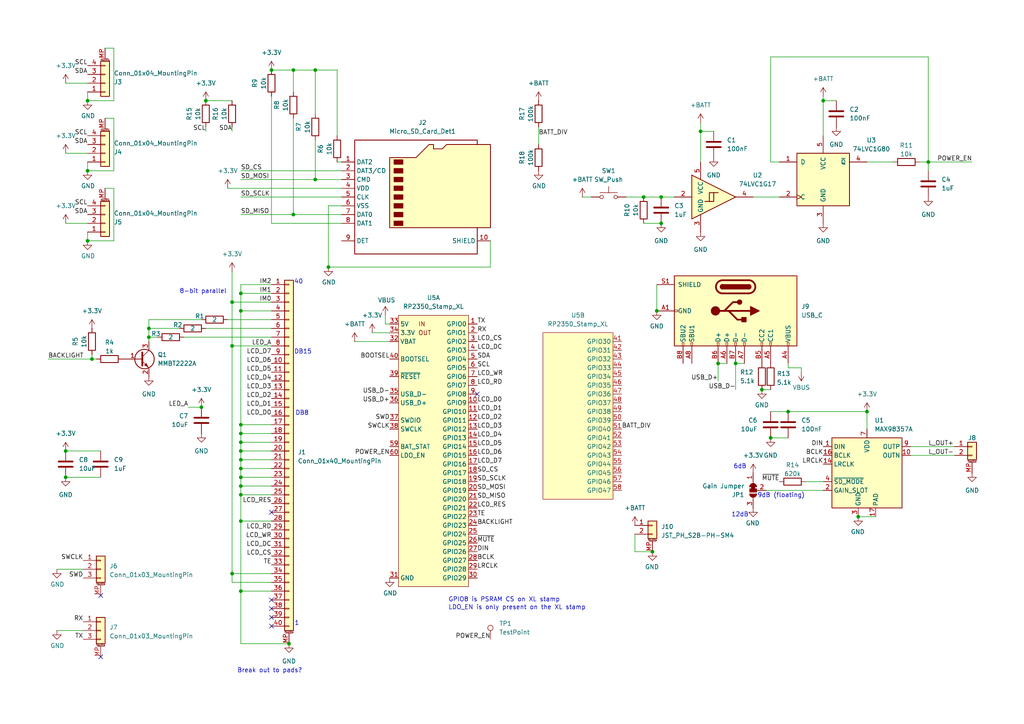
<source format=kicad_sch>
(kicad_sch (version 20250114) (generator "eeschema") (generator_version "9.0")
  (paper "A4")
  (text "1" (at 86.106 180.848 0) (effects (font (size 1.27 1.27))))
  (text "40" (at 86.614 81.788 0) (effects (font (size 1.27 1.27))))
  (text "LDO_EN is only present on the XL stamp" (at 130.048 176.276 0) (effects (font (size 1.27 1.27)) (justify left)))
  (text "6dB\n" (at 214.63 135.382 0) (effects (font (size 1.27 1.27))))
  (text "GPIO8 is PSRAM CS on XL stamp" (at 130.048 173.99 0) (effects (font (size 1.27 1.27)) (justify left)))
  (text "8-bit parallel" (at 58.928 84.582 0) (effects (font (size 1.27 1.27))))
  (text "Break out to pads?" (at 78.232 194.564 0) (effects (font (size 1.27 1.27))))
  (text "12dB\n" (at 214.63 149.352 0) (effects (font (size 1.27 1.27))))
  (text "9dB (floating)\n" (at 226.568 143.764 0) (effects (font (size 1.27 1.27))))
  (text "DB15" (at 87.884 102.108 0) (effects (font (size 1.27 1.27))))
  (text "DB8" (at 87.63 119.888 0) (effects (font (size 1.27 1.27))))
  (junction (at 213.36 105.41))
  (junction (at 69.85 85.09))
  (junction (at 43.18 95.25))
  (junction (at 228.6 119.38))
  (junction (at 78.74 20.32))
  (junction (at 220.98 113.03))
  (junction (at 203.2 38.1))
  (junction (at 69.85 140.97))
  (junction (at 67.31 100.33))
  (junction (at 25.4 29.21))
  (junction (at 190.5 90.17))
  (junction (at 208.28 105.41))
  (junction (at 85.09 20.32))
  (junction (at 85.09 62.23))
  (junction (at 25.4 49.53))
  (junction (at 69.85 130.81))
  (junction (at 69.85 128.27))
  (junction (at 25.4 69.85))
  (junction (at 69.85 135.89))
  (junction (at 69.85 133.35))
  (junction (at 43.18 97.79))
  (junction (at 69.85 125.73))
  (junction (at 269.24 46.99))
  (junction (at 67.31 87.63))
  (junction (at 69.85 123.19))
  (junction (at 67.31 166.37))
  (junction (at 248.92 149.86))
  (junction (at 58.42 118.11))
  (junction (at 69.85 151.13))
  (junction (at 91.44 20.32))
  (junction (at 238.76 29.21))
  (junction (at 69.85 171.45))
  (junction (at 19.05 130.81))
  (junction (at 191.77 64.77))
  (junction (at 251.46 119.38))
  (junction (at 59.69 29.21))
  (junction (at 83.82 186.69))
  (junction (at 189.23 160.02))
  (junction (at 19.05 138.43))
  (junction (at 69.85 90.17))
  (junction (at 95.25 77.47))
  (junction (at 191.77 57.15))
  (junction (at 223.52 127))
  (junction (at 91.44 52.07))
  (junction (at 186.69 57.15))
  (junction (at 26.67 104.14))
  (junction (at 69.85 138.43))
  (junction (at 69.85 143.51))
  (no_connect (at 78.74 181.61))
  (no_connect (at 78.74 148.59))
  (no_connect (at 78.74 179.07))
  (no_connect (at 78.74 176.53))
  (no_connect (at 78.74 173.99))
  (no_connect (at 29.21 190.5))
  (no_connect (at 29.21 172.72))
  (no_connect (at 138.43 114.3))
  (wire (pts (xy 69.85 52.07) (xy 91.44 52.07)))
  (wire (pts (xy 91.44 40.64) (xy 91.44 52.07)))
  (wire (pts (xy 264.16 129.54) (xy 276.86 129.54)))
  (wire (pts (xy 69.85 85.09) (xy 78.74 85.09)))
  (wire (pts (xy 19.05 64.77) (xy 25.4 64.77)))
  (wire (pts (xy 43.18 92.71) (xy 43.18 95.25)))
  (wire (pts (xy 186.69 57.15) (xy 191.77 57.15)))
  (wire (pts (xy 228.6 106.68) (xy 228.6 105.41)))
  (wire (pts (xy 203.2 35.56) (xy 203.2 38.1)))
  (wire (pts (xy 16.51 165.1) (xy 24.13 165.1)))
  (wire (pts (xy 85.09 20.32) (xy 85.09 26.67)))
  (wire (pts (xy 269.24 46.99) (xy 269.24 16.51)))
  (wire (pts (xy 186.69 64.77) (xy 191.77 64.77)))
  (wire (pts (xy 25.4 29.21) (xy 33.02 29.21)))
  (wire (pts (xy 67.31 100.33) (xy 67.31 166.37)))
  (wire (pts (xy 67.31 168.91) (xy 78.74 168.91)))
  (wire (pts (xy 33.02 13.97) (xy 33.02 29.21)))
  (wire (pts (xy 25.4 69.85) (xy 33.02 69.85)))
  (wire (pts (xy 67.31 78.74) (xy 67.31 87.63)))
  (wire (pts (xy 111.76 91.44) (xy 111.76 93.98)))
  (wire (pts (xy 85.09 34.29) (xy 85.09 62.23)))
  (wire (pts (xy 67.31 168.91) (xy 67.31 166.37)))
  (wire (pts (xy 208.28 110.49) (xy 208.28 105.41)))
  (wire (pts (xy 69.85 57.15) (xy 99.06 57.15)))
  (wire (pts (xy 69.85 123.19) (xy 78.74 123.19)))
  (wire (pts (xy 190.5 82.55) (xy 190.5 90.17)))
  (wire (pts (xy 99.06 59.69) (xy 95.25 59.69)))
  (wire (pts (xy 67.31 38.1) (xy 67.31 36.83)))
  (wire (pts (xy 107.95 96.52) (xy 113.03 96.52)))
  (wire (pts (xy 19.05 44.45) (xy 25.4 44.45)))
  (wire (pts (xy 111.76 93.98) (xy 113.03 93.98)))
  (wire (pts (xy 52.07 95.25) (xy 43.18 95.25)))
  (wire (pts (xy 43.18 97.79) (xy 45.72 97.79)))
  (wire (pts (xy 213.36 105.41) (xy 215.9 105.41)))
  (wire (pts (xy 26.67 104.14) (xy 26.67 102.87)))
  (wire (pts (xy 59.69 95.25) (xy 78.74 95.25)))
  (wire (pts (xy 43.18 99.06) (xy 43.18 97.79)))
  (wire (pts (xy 19.05 138.43) (xy 29.21 138.43)))
  (wire (pts (xy 251.46 119.38) (xy 251.46 124.46)))
  (wire (pts (xy 218.44 57.15) (xy 226.06 57.15)))
  (wire (pts (xy 208.28 105.41) (xy 210.82 105.41)))
  (wire (pts (xy 269.24 46.99) (xy 281.94 46.99)))
  (wire (pts (xy 99.06 64.77) (xy 78.74 64.77)))
  (wire (pts (xy 232.41 106.68) (xy 228.6 106.68)))
  (wire (pts (xy 269.24 16.51) (xy 223.52 16.51)))
  (wire (pts (xy 91.44 20.32) (xy 97.79 20.32)))
  (wire (pts (xy 248.92 149.86) (xy 254 149.86)))
  (wire (pts (xy 191.77 57.15) (xy 195.58 57.15)))
  (wire (pts (xy 67.31 166.37) (xy 78.74 166.37)))
  (wire (pts (xy 69.85 186.69) (xy 83.82 186.69)))
  (wire (pts (xy 142.24 77.47) (xy 95.25 77.47)))
  (wire (pts (xy 85.09 20.32) (xy 91.44 20.32)))
  (wire (pts (xy 69.85 85.09) (xy 69.85 90.17)))
  (wire (pts (xy 222.25 142.24) (xy 238.76 142.24)))
  (wire (pts (xy 13.97 104.14) (xy 26.67 104.14)))
  (wire (pts (xy 233.68 139.7) (xy 238.76 139.7)))
  (wire (pts (xy 69.85 151.13) (xy 69.85 171.45)))
  (wire (pts (xy 238.76 29.21) (xy 238.76 39.37)))
  (wire (pts (xy 97.79 46.99) (xy 99.06 46.99)))
  (wire (pts (xy 66.04 54.61) (xy 99.06 54.61)))
  (wire (pts (xy 213.36 113.03) (xy 213.36 105.41)))
  (wire (pts (xy 30.48 54.61) (xy 33.02 54.61)))
  (wire (pts (xy 25.4 29.21) (xy 25.4 26.67)))
  (wire (pts (xy 189.23 160.02) (xy 184.15 160.02)))
  (wire (pts (xy 269.24 46.99) (xy 269.24 49.53)))
  (wire (pts (xy 30.48 13.97) (xy 33.02 13.97)))
  (wire (pts (xy 53.34 97.79) (xy 78.74 97.79)))
  (wire (pts (xy 69.85 82.55) (xy 78.74 82.55)))
  (wire (pts (xy 66.04 92.71) (xy 78.74 92.71)))
  (wire (pts (xy 69.85 123.19) (xy 69.85 125.73)))
  (wire (pts (xy 25.4 69.85) (xy 25.4 67.31)))
  (wire (pts (xy 69.85 130.81) (xy 78.74 130.81)))
  (wire (pts (xy 266.7 46.99) (xy 269.24 46.99)))
  (wire (pts (xy 223.52 119.38) (xy 228.6 119.38)))
  (wire (pts (xy 19.05 130.81) (xy 29.21 130.81)))
  (wire (pts (xy 43.18 95.25) (xy 43.18 97.79)))
  (wire (pts (xy 69.85 130.81) (xy 69.85 133.35)))
  (wire (pts (xy 25.4 49.53) (xy 33.02 49.53)))
  (wire (pts (xy 95.25 59.69) (xy 95.25 77.47)))
  (wire (pts (xy 69.85 140.97) (xy 78.74 140.97)))
  (wire (pts (xy 59.69 38.1) (xy 59.69 36.83)))
  (wire (pts (xy 69.85 135.89) (xy 69.85 138.43)))
  (wire (pts (xy 78.74 64.77) (xy 78.74 27.94)))
  (wire (pts (xy 238.76 29.21) (xy 242.57 29.21)))
  (wire (pts (xy 69.85 140.97) (xy 69.85 143.51)))
  (wire (pts (xy 69.85 128.27) (xy 78.74 128.27)))
  (wire (pts (xy 78.74 20.32) (xy 85.09 20.32)))
  (wire (pts (xy 69.85 62.23) (xy 85.09 62.23)))
  (wire (pts (xy 26.67 104.14) (xy 27.94 104.14)))
  (wire (pts (xy 69.85 125.73) (xy 69.85 128.27)))
  (wire (pts (xy 69.85 49.53) (xy 99.06 49.53)))
  (wire (pts (xy 69.85 90.17) (xy 69.85 123.19)))
  (wire (pts (xy 203.2 38.1) (xy 207.01 38.1)))
  (wire (pts (xy 232.41 107.95) (xy 232.41 106.68)))
  (wire (pts (xy 16.51 182.88) (xy 24.13 182.88)))
  (wire (pts (xy 69.85 171.45) (xy 69.85 186.69)))
  (wire (pts (xy 223.52 46.99) (xy 226.06 46.99)))
  (wire (pts (xy 69.85 128.27) (xy 69.85 130.81)))
  (wire (pts (xy 69.85 135.89) (xy 78.74 135.89)))
  (wire (pts (xy 184.15 160.02) (xy 184.15 154.94)))
  (wire (pts (xy 69.85 133.35) (xy 69.85 135.89)))
  (wire (pts (xy 25.4 49.53) (xy 25.4 46.99)))
  (wire (pts (xy 181.61 57.15) (xy 186.69 57.15)))
  (wire (pts (xy 19.05 24.13) (xy 25.4 24.13)))
  (wire (pts (xy 156.21 36.83) (xy 156.21 41.91)))
  (wire (pts (xy 69.85 171.45) (xy 78.74 171.45)))
  (wire (pts (xy 168.91 57.15) (xy 171.45 57.15)))
  (wire (pts (xy 102.87 99.06) (xy 113.03 99.06)))
  (wire (pts (xy 69.85 82.55) (xy 69.85 85.09)))
  (wire (pts (xy 30.48 34.29) (xy 33.02 34.29)))
  (wire (pts (xy 67.31 87.63) (xy 67.31 100.33)))
  (wire (pts (xy 69.85 151.13) (xy 69.85 143.51)))
  (wire (pts (xy 251.46 46.99) (xy 259.08 46.99)))
  (wire (pts (xy 203.2 38.1) (xy 203.2 46.99)))
  (wire (pts (xy 91.44 52.07) (xy 99.06 52.07)))
  (wire (pts (xy 78.74 100.33) (xy 67.31 100.33)))
  (wire (pts (xy 67.31 87.63) (xy 78.74 87.63)))
  (wire (pts (xy 33.02 54.61) (xy 33.02 69.85)))
  (wire (pts (xy 220.98 113.03) (xy 223.52 113.03)))
  (wire (pts (xy 33.02 34.29) (xy 33.02 49.53)))
  (wire (pts (xy 142.24 69.85) (xy 142.24 77.47)))
  (wire (pts (xy 58.42 118.11) (xy 54.61 118.11)))
  (wire (pts (xy 58.42 92.71) (xy 43.18 92.71)))
  (wire (pts (xy 223.52 127) (xy 228.6 127)))
  (wire (pts (xy 264.16 132.08) (xy 276.86 132.08)))
  (wire (pts (xy 91.44 20.32) (xy 91.44 33.02)))
  (wire (pts (xy 69.85 143.51) (xy 78.74 143.51)))
  (wire (pts (xy 97.79 20.32) (xy 97.79 39.37)))
  (wire (pts (xy 69.85 133.35) (xy 78.74 133.35)))
  (wire (pts (xy 69.85 90.17) (xy 78.74 90.17)))
  (wire (pts (xy 251.46 119.38) (xy 228.6 119.38)))
  (wire (pts (xy 69.85 138.43) (xy 69.85 140.97)))
  (wire (pts (xy 59.69 29.21) (xy 67.31 29.21)))
  (wire (pts (xy 69.85 125.73) (xy 78.74 125.73)))
  (wire (pts (xy 69.85 151.13) (xy 78.74 151.13)))
  (wire (pts (xy 223.52 16.51) (xy 223.52 46.99)))
  (wire (pts (xy 85.09 62.23) (xy 99.06 62.23)))
  (wire (pts (xy 238.76 27.94) (xy 238.76 29.21)))
  (wire (pts (xy 69.85 138.43) (xy 78.74 138.43)))
  (label "BCLK" (at 238.76 132.08 180))
  (label "LCD_D5" (at 138.43 129.54 0))
  (label "SCL" (at 59.69 38.1 180))
  (label "LCD_D7" (at 138.43 134.62 0))
  (label "POWER_EN" (at 113.03 132.08 180))
  (label "BACKLIGHT" (at 138.43 152.4 0))
  (label "LED_A" (at 54.61 118.11 180))
  (label "~{MUTE}" (at 226.06 139.7 180))
  (label "SD_SCLK" (at 138.43 139.7 0))
  (label "USB_D-" (at 213.36 113.03 180))
  (label "LCD_RD" (at 138.43 111.76 0))
  (label "LRCLK" (at 138.43 165.1 0))
  (label "TX" (at 24.13 185.42 180))
  (label "SWD" (at 24.13 167.64 180))
  (label "BACKLIGHT" (at 13.97 104.14 0))
  (label "SDA" (at 138.43 104.14 0))
  (label "LCD_RES" (at 78.74 146.05 180))
  (label "LCD_DC" (at 78.74 158.75 180))
  (label "LCD_D0" (at 138.43 116.84 0))
  (label "SD_MISO" (at 69.85 62.23 0))
  (label "LCD_D1" (at 78.74 118.11 180))
  (label "USB_D+" (at 113.03 116.84 180))
  (label "LCD_D1" (at 138.43 119.38 0))
  (label "SCL" (at 25.4 19.05 180))
  (label "BATT_DIV" (at 156.21 39.37 0))
  (label "SD_MOSI" (at 138.43 142.24 0))
  (label "LCD_D6" (at 138.43 132.08 0))
  (label "LCD_WR" (at 138.43 109.22 0))
  (label "DIN" (at 138.43 160.02 0))
  (label "USB_D+" (at 208.28 110.49 180))
  (label "RX" (at 138.43 96.52 0))
  (label "IM2" (at 78.74 82.55 180))
  (label "LCD_D5" (at 78.74 107.95 180))
  (label "SD_MOSI" (at 69.85 52.07 0))
  (label "SD_CS" (at 69.85 49.53 0))
  (label "SDA" (at 67.31 38.1 180))
  (label "LCD_CS" (at 138.43 99.06 0))
  (label "POWER_EN" (at 142.24 185.42 180))
  (label "LCD_D2" (at 138.43 121.92 0))
  (label "LCD_CS" (at 78.74 161.29 180))
  (label "SDA" (at 25.4 62.23 180))
  (label "BOOTSEL" (at 113.03 104.14 180))
  (label "L_OUT-" (at 269.24 132.08 0))
  (label "SCL" (at 25.4 59.69 180))
  (label "SD_CS" (at 138.43 137.16 0))
  (label "BCLK" (at 138.43 162.56 0))
  (label "BATT_DIV" (at 180.34 124.46 0))
  (label "SWCLK" (at 24.13 162.56 180))
  (label "SDA" (at 25.4 21.59 180))
  (label "USB_D-" (at 113.03 114.3 180))
  (label "IM1" (at 78.74 85.09 180))
  (label "LCD_D4" (at 138.43 127 0))
  (label "LCD_D7" (at 78.74 102.87 180))
  (label "TX" (at 138.43 93.98 0))
  (label "SWCLK" (at 113.03 124.46 180))
  (label "IM0" (at 78.74 87.63 180))
  (label "LCD_D0" (at 78.74 120.65 180))
  (label "SDA" (at 25.4 41.91 180))
  (label "LCD_D3" (at 78.74 113.03 180))
  (label "LRCLK" (at 238.76 134.62 180))
  (label "SCL" (at 138.43 106.68 0))
  (label "SD_MISO" (at 138.43 144.78 0))
  (label "SCL" (at 25.4 39.37 180))
  (label "~{MUTE}" (at 138.43 157.48 0))
  (label "L_OUT+" (at 269.24 129.54 0))
  (label "SWD" (at 113.03 121.92 180))
  (label "LCD_WR" (at 78.74 156.21 180))
  (label "LCD_RD" (at 78.74 153.67 180))
  (label "LED_A" (at 78.74 100.33 180))
  (label "LCD_D4" (at 78.74 110.49 180))
  (label "TE" (at 78.74 163.83 180))
  (label "LCD_D6" (at 78.74 105.41 180))
  (label "LCD_D2" (at 78.74 115.57 180))
  (label "SD_SCLK" (at 69.85 57.15 0))
  (label "LCD_DC" (at 138.43 101.6 0))
  (label "LCD_RES" (at 138.43 147.32 0))
  (label "DIN" (at 238.76 129.54 180))
  (label "TE" (at 138.43 149.86 0))
  (label "RX" (at 24.13 180.34 180))
  (label "LCD_D3" (at 138.43 124.46 0))
  (label "POWER_EN" (at 281.94 46.99 180))
  (symbol (lib_id "Device:C") (at 58.42 121.92 0) (mirror y) (unit 1)
    (property "Reference" "C7" (at 54.61 120.6499 0) (effects (justify left)))
    (property "Value" "10uF" (at 54.61 123.1899 0) (effects (justify left)))
    (property "Footprint" "Capacitor_SMD:C_0402_1005Metric" (effects (hide yes)))
    (property "Description" "Unpolarized capacitor" (effects (hide yes)))
  )
  (symbol (lib_id "Device:R") (at 223.52 109.22 0) (unit 1)
    (property "Reference" "R13" (at 225.298 108.3853 0) (effects (justify left)))
    (property "Value" "5.1k" (at 225.298 110.9222 0) (effects (justify left)))
    (property "Footprint" "Resistor_SMD:R_0402_1005Metric" (effects (hide yes)))
  )
  (symbol (lib_id "power:GND") (at 223.52 127 0) (unit 1)
    (property "Reference" "#PWR035" (effects (hide yes)))
    (property "Value" "GND" (at 223.52 132.08 0))
    (property "Description" "Power symbol creates a global label with name \"GND\" , ground" (effects (hide yes)))
  )
  (symbol (lib_id "Device:C") (at 207.01 41.91 0) (unit 1)
    (property "Reference" "C1" (at 210.82 40.6399 0) (effects (justify left)))
    (property "Value" "100nF" (at 210.82 43.1799 0) (effects (justify left)))
    (property "Footprint" "Capacitor_SMD:C_0402_1005Metric" (effects (hide yes)))
    (property "Description" "Unpolarized capacitor" (effects (hide yes)))
  )
  (symbol (lib_id "Device:C") (at 228.6 123.19 0) (unit 1)
    (property "Reference" "C5" (at 232.41 121.9199 0) (effects (justify left)))
    (property "Value" "100nF" (at 232.41 124.4599 0) (effects (justify left)))
    (property "Footprint" "Capacitor_SMD:C_0402_1005Metric" (effects (hide yes)))
    (property "Description" "Unpolarized capacitor" (effects (hide yes)))
  )
  (symbol (lib_id "Device:R") (at 156.21 33.02 180) (unit 1)
    (property "Reference" "R17" (at 151.384 33.02 90))
    (property "Value" "100k" (at 153.924 33.02 90))
    (property "Footprint" "Resistor_SMD:R_0402_1005Metric" (effects (hide yes)))
    (property "Description" "Resistor" (effects (hide yes)))
  )
  (symbol (lib_id "power:+BATT") (at 238.76 27.94 0) (unit 1)
    (property "Reference" "#PWR020" (effects (hide yes)))
    (property "Value" "+BATT" (at 238.76 22.86 0))
    (property "Description" "Power symbol creates a global label with name \"+BATT\"" (effects (hide yes)))
  )
  (symbol (lib_id "Connector_Generic_MountingPin:Conn_01x04_MountingPin") (at 30.48 64.77 0) (mirror x) (unit 1)
    (property "Reference" "J5" (at 33.02 64.4145 0) (effects (justify left)))
    (property "Value" "Conn_01x04_MountingPin" (at 33.02 61.8745 0) (effects (justify left)))
    (property "Footprint" "Connector_JST:JST_SH_SM04B-SRSS-TB_1x04-1MP_P1.00mm_Horizontal" (effects (hide yes)))
    (property "Description" "Generic connectable mounting pin connector, single row, 01x04, script generated (kicad-library-utils/schlib/autogen/connector/)" (effects (hide yes)))
  )
  (symbol (lib_id "Device:C") (at 242.57 33.02 0) (unit 1)
    (property "Reference" "C2" (at 246.38 31.7499 0) (effects (justify left)))
    (property "Value" "100nF" (at 246.38 34.2899 0) (effects (justify left)))
    (property "Footprint" "Capacitor_SMD:C_0402_1005Metric" (effects (hide yes)))
    (property "Description" "Unpolarized capacitor" (effects (hide yes)))
  )
  (symbol (lib_id "Transistor_BJT:MMBT2222A") (at 40.64 104.14 0) (unit 1)
    (property "Reference" "Q1" (at 45.72 102.8699 0) (effects (justify left)))
    (property "Value" "MMBT2222A" (at 45.72 105.4099 0) (effects (justify left)))
    (property "Footprint" "Package_TO_SOT_SMD:SOT-23" (effects (hide yes)))
    (property "Datasheet" "https://assets.nexperia.com/documents/data-sheet/MMBT2222A.pdf" (effects (hide yes)))
    (property "Description" "600mA Ic, 40V Vce, NPN Transistor, SOT-23" (effects (hide yes)))
  )
  (symbol (lib_id "power:GND") (at 191.77 64.77 0) (unit 1)
    (property "Reference" "#PWR024" (effects (hide yes)))
    (property "Value" "GND" (at 191.77 69.85 0))
    (property "Description" "Power symbol creates a global label with name \"GND\" , ground" (effects (hide yes)))
  )
  (symbol (lib_id "power:GND") (at 25.4 49.53 0) (unit 1)
    (property "Reference" "#PWR012" (effects (hide yes)))
    (property "Value" "GND" (at 25.527 53.9242 0))
  )
  (symbol (lib_id "power:+3.3V") (at 59.69 29.21 0) (unit 1)
    (property "Reference" "#PWR038" (effects (hide yes)))
    (property "Value" "+3.3V" (at 59.69 24.13 0))
    (property "Description" "Power symbol creates a global label with name \"+3.3V\"" (effects (hide yes)))
  )
  (symbol (lib_id "Device:R") (at 55.88 95.25 90) (unit 1)
    (property "Reference" "R2" (at 51.562 94.234 90))
    (property "Value" "2" (at 55.88 95.25 90))
    (property "Footprint" "Resistor_SMD:R_0402_1005Metric" (effects (hide yes)))
    (property "Description" "Resistor" (effects (hide yes)))
  )
  (symbol (lib_id "power:GND") (at 220.98 113.03 0) (unit 1)
    (property "Reference" "#PWR026" (effects (hide yes)))
    (property "Value" "GND" (at 220.98 117.4734 0))
  )
  (symbol (lib_id "power:+3.3V") (at 58.42 118.11 0) (unit 1)
    (property "Reference" "#PWR03" (effects (hide yes)))
    (property "Value" "+3.3V" (at 58.42 113.03 0))
    (property "Description" "Power symbol creates a global label with name \"+3.3V\"" (effects (hide yes)))
  )
  (symbol (lib_id "Device:R") (at 62.23 92.71 90) (unit 1)
    (property "Reference" "R1" (at 57.912 91.694 90))
    (property "Value" "2" (at 62.23 92.71 90))
    (property "Footprint" "Resistor_SMD:R_0402_1005Metric" (effects (hide yes)))
    (property "Description" "Resistor" (effects (hide yes)))
  )
  (symbol (lib_id "power:+3.3V") (at 251.46 119.38 0) (unit 1)
    (property "Reference" "#PWR030" (effects (hide yes)))
    (property "Value" "+3.3V" (at 251.46 114.3 0))
    (property "Description" "Power symbol creates a global label with name \"+3.3V\"" (effects (hide yes)))
  )
  (symbol (lib_id "74xGxx:74LVC1G80") (at 238.76 52.07 0) (unit 1)
    (property "Reference" "U3" (at 252.73 40.6714 0))
    (property "Value" "74LVC1G80" (at 252.73 43.2114 0))
    (property "Footprint" "Package_TO_SOT_SMD:SOT-353_SC-70-5" (effects (hide yes)))
    (property "Datasheet" "http://www.ti.com/lit/sg/scyt129e/scyt129e.pdf" (effects (hide yes)))
    (property "Description" "Single D Flip-Flop, Inverted Output, Low-Voltage CMOS" (effects (hide yes)))
  )
  (symbol (lib_id "power:GND") (at 248.92 149.86 0) (mirror y) (unit 1)
    (property "Reference" "#PWR029" (effects (hide yes)))
    (property "Value" "GND" (at 248.793 154.2542 0))
  )
  (symbol (lib_id "power:+3.3V") (at 19.05 24.13 0) (unit 1)
    (property "Reference" "#PWR09" (effects (hide yes)))
    (property "Value" "+3.3V" (at 19.05 19.05 0))
    (property "Description" "Power symbol creates a global label with name \"+3.3V\"" (effects (hide yes)))
  )
  (symbol (lib_id "RP2xxx_Stamp:RP2350_Stamp_XL") (at 167.64 123.19 0) (unit 2)
    (property "Reference" "U5" (at 167.64 91.44 0))
    (property "Value" "RP2350_Stamp_XL" (at 167.64 93.98 0))
    (property "Footprint" "RP2xxx_Stamp:RP2xxx_Stamp_Combo_SMD" (effects (hide yes)))
  )
  (symbol (lib_id "Device:C") (at 19.05 134.62 0) (unit 1)
    (property "Reference" "C8" (at 22.86 133.3499 0) (effects (justify left)))
    (property "Value" "10uF" (at 22.86 135.8899 0) (effects (justify left)))
    (property "Footprint" "Capacitor_SMD:C_0402_1005Metric" (effects (hide yes)))
    (property "Description" "Unpolarized capacitor" (effects (hide yes)))
  )
  (symbol (lib_id "Switch:SW_Push") (at 176.53 57.15 0) (unit 1)
    (property "Reference" "SW1" (at 176.53 49.53 0))
    (property "Value" "SW_Push" (at 176.53 52.07 0))
    (property "Footprint" "Daft_Misc:SW_Push_TSA002" (effects (hide yes)))
    (property "Description" "Push button switch, generic, two pins" (effects (hide yes)))
  )
  (symbol (lib_id "Device:C") (at 29.21 134.62 0) (unit 1)
    (property "Reference" "C9" (at 33.02 133.3499 0) (effects (justify left)))
    (property "Value" "1uF" (at 33.02 135.8899 0) (effects (justify left)))
    (property "Footprint" "Capacitor_SMD:C_0402_1005Metric" (effects (hide yes)))
    (property "Description" "Unpolarized capacitor" (effects (hide yes)))
  )
  (symbol (lib_id "Device:R") (at 59.69 33.02 180) (unit 1)
    (property "Reference" "R15" (at 54.864 33.02 90))
    (property "Value" "10k" (at 57.404 33.02 90))
    (property "Footprint" "Resistor_SMD:R_0402_1005Metric" (effects (hide yes)))
    (property "Description" "Resistor" (effects (hide yes)))
  )
  (symbol (lib_id "power:GND") (at 242.57 36.83 0) (unit 1)
    (property "Reference" "#PWR023" (effects (hide yes)))
    (property "Value" "GND" (at 242.57 41.91 0))
    (property "Description" "Power symbol creates a global label with name \"GND\" , ground" (effects (hide yes)))
  )
  (symbol (lib_id "power:+3.3V") (at 218.44 137.16 0) (unit 1)
    (property "Reference" "#PWR033" (effects (hide yes)))
    (property "Value" "+3.3V" (at 218.44 132.08 0))
    (property "Description" "Power symbol creates a global label with name \"+3.3V\"" (effects (hide yes)))
  )
  (symbol (lib_id "power:+BATT") (at 184.15 152.4 0) (unit 1)
    (property "Reference" "#PWR046" (effects (hide yes)))
    (property "Value" "+BATT" (at 184.15 147.32 0))
    (property "Description" "Power symbol creates a global label with name \"+BATT\"" (effects (hide yes)))
  )
  (symbol (lib_id "power:+3.3V") (at 67.31 78.74 0) (unit 1)
    (property "Reference" "#PWR02" (effects (hide yes)))
    (property "Value" "+3.3V" (at 67.31 73.66 0))
    (property "Description" "Power symbol creates a global label with name \"+3.3V\"" (effects (hide yes)))
  )
  (symbol (lib_id "power:GND") (at 269.24 57.15 0) (unit 1)
    (property "Reference" "#PWR025" (effects (hide yes)))
    (property "Value" "GND" (at 269.24 62.23 0))
    (property "Description" "Power symbol creates a global label with name \"GND\" , ground" (effects (hide yes)))
  )
  (symbol (lib_id "Device:C") (at 269.24 53.34 0) (unit 1)
    (property "Reference" "C4" (at 273.05 52.0699 0) (effects (justify left)))
    (property "Value" "1uF" (at 273.05 54.6099 0) (effects (justify left)))
    (property "Footprint" "Capacitor_SMD:C_0402_1005Metric" (effects (hide yes)))
    (property "Description" "Unpolarized capacitor" (effects (hide yes)))
  )
  (symbol (lib_id "Device:R") (at 97.79 43.18 180) (unit 1)
    (property "Reference" "R6" (at 92.964 43.18 90))
    (property "Value" "10k" (at 95.504 43.18 90))
    (property "Footprint" "Resistor_SMD:R_0402_1005Metric" (effects (hide yes)))
    (property "Description" "Resistor" (effects (hide yes)))
  )
  (symbol (lib_id "Connector:TestPoint") (at 142.24 185.42 0) (unit 1)
    (property "Reference" "TP1" (at 144.78 180.8479 0) (effects (justify left)))
    (property "Value" "TestPoint" (at 144.78 183.3879 0) (effects (justify left)))
    (property "Footprint" "TestPoint:TestPoint_Pad_1.0x1.0mm" (effects (hide yes)))
    (property "Description" "test point" (effects (hide yes)))
  )
  (symbol (lib_id "power:+3.3V") (at 26.67 95.25 0) (unit 1)
    (property "Reference" "#PWR05" (effects (hide yes)))
    (property "Value" "+3.3V" (at 26.67 90.17 0))
    (property "Description" "Power symbol creates a global label with name \"+3.3V\"" (effects (hide yes)))
  )
  (symbol (lib_id "Connector:Micro_SD_Card_Det1") (at 121.92 57.15 0) (unit 1)
    (property "Reference" "J2" (at 122.555 35.56 0))
    (property "Value" "Micro_SD_Card_Det1" (at 122.555 38.1 0))
    (property "Footprint" "Daft_Misc:microSD_HC_Push" (effects (hide yes)))
    (property "Datasheet" "https://datasheet.lcsc.com/lcsc/2110151630_XKB-Connectivity-XKTF-015-N_C381082.pdf" (effects (hide yes)))
  )
  (symbol (lib_id "power:VBUS") (at 232.41 107.95 180) (unit 1)
    (property "Reference" "#PWR021" (effects (hide yes)))
    (property "Value" "VBUS" (at 232.41 112.3934 0))
  )
  (symbol (lib_id "power:GND") (at 218.44 147.32 0) (mirror y) (unit 1)
    (property "Reference" "#PWR031" (effects (hide yes)))
    (property "Value" "GND" (at 218.313 151.7142 0))
  )
  (symbol (lib_id "power:GND") (at 238.76 64.77 0) (unit 1)
    (property "Reference" "#PWR018" (effects (hide yes)))
    (property "Value" "GND" (at 238.76 69.85 0))
    (property "Description" "Power symbol creates a global label with name \"GND\" , ground" (effects (hide yes)))
  )
  (symbol (lib_id "power:GND") (at 190.5 90.17 0) (unit 1)
    (property "Reference" "#PWR019" (effects (hide yes)))
    (property "Value" "GND" (at 190.5 94.6134 0))
  )
  (symbol (lib_id "power:+BATT") (at 168.91 57.15 0) (unit 1)
    (property "Reference" "#PWR015" (effects (hide yes)))
    (property "Value" "+BATT" (at 168.91 52.07 0))
    (property "Description" "Power symbol creates a global label with name \"+BATT\"" (effects (hide yes)))
  )
  (symbol (lib_id "Device:C") (at 191.77 60.96 0) (unit 1)
    (property "Reference" "C3" (at 195.58 59.6899 0) (effects (justify left)))
    (property "Value" "1uF" (at 195.58 62.2299 0) (effects (justify left)))
    (property "Footprint" "Capacitor_SMD:C_0402_1005Metric" (effects (hide yes)))
    (property "Description" "Unpolarized capacitor" (effects (hide yes)))
  )
  (symbol (lib_id "Device:R") (at 49.53 97.79 90) (unit 1)
    (property "Reference" "R3" (at 45.212 96.774 90))
    (property "Value" "2" (at 49.53 97.79 90))
    (property "Footprint" "Resistor_SMD:R_0402_1005Metric" (effects (hide yes)))
    (property "Description" "Resistor" (effects (hide yes)))
  )
  (symbol (lib_id "power:+BATT") (at 203.2 35.56 0) (unit 1)
    (property "Reference" "#PWR016" (effects (hide yes)))
    (property "Value" "+BATT" (at 203.2 30.48 0))
    (property "Description" "Power symbol creates a global label with name \"+BATT\"" (effects (hide yes)))
  )
  (symbol (lib_id "power:GND") (at 207.01 45.72 0) (unit 1)
    (property "Reference" "#PWR022" (effects (hide yes)))
    (property "Value" "GND" (at 207.01 50.8 0))
    (property "Description" "Power symbol creates a global label with name \"GND\" , ground" (effects (hide yes)))
  )
  (symbol (lib_id "power:+3.3V") (at 107.95 96.52 0) (unit 1)
    (property "Reference" "#PWR048" (effects (hide yes)))
    (property "Value" "+3.3V" (at 107.95 91.44 0))
    (property "Description" "Power symbol creates a global label with name \"+3.3V\"" (effects (hide yes)))
  )
  (symbol (lib_id "Device:R") (at 78.74 24.13 180) (unit 1)
    (property "Reference" "R9" (at 73.914 24.13 90))
    (property "Value" "10k" (at 76.454 24.13 90))
    (property "Footprint" "Resistor_SMD:R_0402_1005Metric" (effects (hide yes)))
    (property "Description" "Resistor" (effects (hide yes)))
  )
  (symbol (lib_id "Device:R") (at 67.31 33.02 180) (unit 1)
    (property "Reference" "R16" (at 62.484 33.02 90))
    (property "Value" "10k" (at 65.024 33.02 90))
    (property "Footprint" "Resistor_SMD:R_0402_1005Metric" (effects (hide yes)))
    (property "Description" "Resistor" (effects (hide yes)))
  )
  (symbol (lib_id "Audio:MAX98357A") (at 251.46 137.16 0) (unit 1)
    (property "Reference" "U1" (at 253.6541 121.92 0) (effects (justify left)))
    (property "Value" "MAX98357A" (at 253.6541 124.46 0) (effects (justify left)))
    (property "Footprint" "Package_DFN_QFN:TQFN-16-1EP_3x3mm_P0.5mm_EP1.23x1.23mm" (effects (hide yes)))
    (property "Datasheet" "https://www.analog.com/media/en/technical-documentation/data-sheets/MAX98357A-MAX98357B.pdf" (effects (hide yes)))
    (property "Description" "Mono DAC with amplifier, I2S, PCM, TDM, 32-bit, 96khz, 3.2W, TQFP-16" (effects (hide yes)))
  )
  (symbol (lib_id "Device:R") (at 262.89 46.99 90) (unit 1)
    (property "Reference" "R11" (at 262.89 42.164 90))
    (property "Value" "10k" (at 262.89 44.704 90))
    (property "Footprint" "Resistor_SMD:R_0402_1005Metric" (effects (hide yes)))
    (property "Description" "Resistor" (effects (hide yes)))
  )
  (symbol (lib_id "Device:R") (at 26.67 99.06 180) (unit 1)
    (property "Reference" "R5" (at 21.844 99.06 90))
    (property "Value" "10k" (at 24.384 99.06 90))
    (property "Footprint" "Resistor_SMD:R_0402_1005Metric" (effects (hide yes)))
    (property "Description" "Resistor" (effects (hide yes)))
  )
  (symbol (lib_id "power:GND") (at 281.94 137.16 0) (unit 1)
    (property "Reference" "#PWR032" (effects (hide yes)))
    (property "Value" "GND" (at 281.94 142.24 0))
    (property "Description" "Power symbol creates a global label with name \"GND\" , ground" (effects (hide yes)))
  )
  (symbol (lib_id "Device:R") (at 31.75 104.14 90) (unit 1)
    (property "Reference" "R4" (at 31.75 99.314 90))
    (property "Value" "1k" (at 31.75 101.854 90))
    (property "Footprint" "Resistor_SMD:R_0402_1005Metric" (effects (hide yes)))
    (property "Description" "Resistor" (effects (hide yes)))
  )
  (symbol (lib_id "power:GND") (at 113.03 167.64 0) (unit 1)
    (property "Reference" "#PWR049" (effects (hide yes)))
    (property "Value" "GND" (at 113.157 172.0342 0))
  )
  (symbol (lib_id "power:GND") (at 58.42 125.73 0) (unit 1)
    (property "Reference" "#PWR034" (effects (hide yes)))
    (property "Value" "GND" (at 58.42 130.81 0))
    (property "Description" "Power symbol creates a global label with name \"GND\" , ground" (effects (hide yes)))
  )
  (symbol (lib_id "Device:C") (at 223.52 123.19 0) (mirror y) (unit 1)
    (property "Reference" "C6" (at 219.71 121.9199 0) (effects (justify left)))
    (property "Value" "10uF" (at 219.71 124.4599 0) (effects (justify left)))
    (property "Footprint" "Capacitor_SMD:C_0402_1005Metric" (effects (hide yes)))
    (property "Description" "Unpolarized capacitor" (effects (hide yes)))
  )
  (symbol (lib_id "Connector_Generic_MountingPin:Conn_01x03_MountingPin") (at 29.21 165.1 0) (unit 1)
    (property "Reference" "J6" (at 31.75 164.1856 0) (effects (justify left)))
    (property "Value" "Conn_01x03_MountingPin" (at 31.75 166.7256 0) (effects (justify left)))
    (property "Footprint" "Connector_JST:JST_SH_SM03B-SRSS-TB_1x03-1MP_P1.00mm_Horizontal" (effects (hide yes)))
  )
  (symbol (lib_id "power:GND") (at 16.51 165.1 0) (unit 1)
    (property "Reference" "#PWR027" (effects (hide yes)))
    (property "Value" "GND" (at 16.637 169.4942 0))
  )
  (symbol (lib_id "power:GND") (at 156.21 49.53 0) (unit 1)
    (property "Reference" "#PWR040" (effects (hide yes)))
    (property "Value" "GND" (at 156.337 53.9242 0))
  )
  (symbol (lib_id "power:+BATT") (at 102.87 99.06 0) (unit 1)
    (property "Reference" "#PWR047" (effects (hide yes)))
    (property "Value" "+BATT" (at 102.87 93.98 0))
    (property "Description" "Power symbol creates a global label with name \"+BATT\"" (effects (hide yes)))
  )
  (symbol (lib_id "74xGxx:74LVC1G17") (at 208.28 57.15 0) (unit 1)
    (property "Reference" "U2" (at 219.71 50.8314 0))
    (property "Value" "74LVC1G17" (at 219.71 53.3714 0))
    (property "Footprint" "Package_TO_SOT_SMD:SOT-353_SC-70-5" (effects (hide yes)))
    (property "Datasheet" "https://www.ti.com/lit/ds/symlink/sn74lvc1g17.pdf" (effects (hide yes)))
    (property "Description" "Single Schmitt Buffer Gate, Low-Voltage CMOS" (effects (hide yes)))
  )
  (symbol (lib_id "Device:R") (at 156.21 45.72 180) (unit 1)
    (property "Reference" "R18" (at 151.384 45.72 90))
    (property "Value" "100k" (at 153.924 45.72 90))
    (property "Footprint" "Resistor_SMD:R_0402_1005Metric" (effects (hide yes)))
    (property "Description" "Resistor" (effects (hide yes)))
  )
  (symbol (lib_id "power:GND") (at 16.51 182.88 0) (unit 1)
    (property "Reference" "#PWR028" (effects (hide yes)))
    (property "Value" "GND" (at 16.637 187.2742 0))
  )
  (symbol (lib_id "power:GND") (at 189.23 160.02 0) (mirror y) (unit 1)
    (property "Reference" "#PWR042" (effects (hide yes)))
    (property "Value" "GND" (at 189.103 164.4142 0))
  )
  (symbol (lib_id "Connector_Generic_MountingPin:Conn_01x04_MountingPin") (at 30.48 44.45 0) (mirror x) (unit 1)
    (property "Reference" "J4" (at 33.02 44.0945 0) (effects (justify left)))
    (property "Value" "Conn_01x04_MountingPin" (at 33.02 41.5545 0) (effects (justify left)))
    (property "Footprint" "Connector_JST:JST_SH_SM04B-SRSS-TB_1x04-1MP_P1.00mm_Horizontal" (effects (hide yes)))
    (property "Description" "Generic connectable mounting pin connector, single row, 01x04, script generated (kicad-library-utils/schlib/autogen/connector/)" (effects (hide yes)))
  )
  (symbol (lib_id "Device:R") (at 186.69 60.96 180) (unit 1)
    (property "Reference" "R10" (at 181.864 60.96 90))
    (property "Value" "10k" (at 184.404 60.96 90))
    (property "Footprint" "Resistor_SMD:R_0402_1005Metric" (effects (hide yes)))
    (property "Description" "Resistor" (effects (hide yes)))
  )
  (symbol (lib_id "power:+3.3V") (at 78.74 20.32 0) (unit 1)
    (property "Reference" "#PWR011" (effects (hide yes)))
    (property "Value" "+3.3V" (at 78.74 15.24 0))
    (property "Description" "Power symbol creates a global label with name \"+3.3V\"" (effects (hide yes)))
  )
  (symbol (lib_id "Device:R") (at 91.44 36.83 180) (unit 1)
    (property "Reference" "R7" (at 86.614 36.83 90))
    (property "Value" "10k" (at 89.154 36.83 90))
    (property "Footprint" "Resistor_SMD:R_0402_1005Metric" (effects (hide yes)))
    (property "Description" "Resistor" (effects (hide yes)))
  )
  (symbol (lib_id "Connector_Generic_MountingPin:Conn_01x04_MountingPin") (at 30.48 24.13 0) (mirror x) (unit 1)
    (property "Reference" "J3" (at 33.02 23.7745 0) (effects (justify left)))
    (property "Value" "Conn_01x04_MountingPin" (at 33.02 21.2345 0) (effects (justify left)))
    (property "Footprint" "Connector_JST:JST_SH_SM04B-SRSS-TB_1x04-1MP_P1.00mm_Horizontal" (effects (hide yes)))
    (property "Description" "Generic connectable mounting pin connector, single row, 01x04, script generated (kicad-library-utils/schlib/autogen/connector/)" (effects (hide yes)))
  )
  (symbol (lib_id "Connector_Generic_MountingPin:Conn_01x02_MountingPin") (at 281.94 129.54 0) (unit 1)
    (property "Reference" "J8" (at 281.94 127 0))
    (property "Value" "1X02PICOBLADE" (effects (hide yes)))
    (property "Footprint" "Connector_Molex:Molex_PicoBlade_53261-0271_1x02-1MP_P1.25mm_Horizontal" (effects (hide yes)))
  )
  (symbol (lib_id "Connector_Generic_MountingPin:Conn_01x02_MountingPin") (at 189.23 152.4 0) (unit 1)
    (property "Reference" "J10" (at 191.77 152.7556 0) (effects (justify left)))
    (property "Value" "JST_PH_S2B-PH-SM4" (at 191.77 155.2956 0) (effects (justify left)))
    (property "Footprint" "Connector_JST:JST_PH_S2B-PH-SM4-TB_1x02-1MP_P2.00mm_Horizontal" (effects (hide yes)))
  )
  (symbol (lib_id "Device:R") (at 229.87 139.7 90) (unit 1)
    (property "Reference" "R14" (at 229.87 134.874 90))
    (property "Value" "620k" (at 229.87 137.414 90))
    (property "Footprint" "Resistor_SMD:R_0402_1005Metric" (effects (hide yes)))
    (property "Description" "Resistor" (effects (hide yes)))
  )
  (symbol (lib_id "power:GND") (at 95.25 77.47 0) (unit 1)
    (property "Reference" "#PWR08" (effects (hide yes)))
    (property "Value" "GND" (at 95.377 81.8642 0))
  )
  (symbol (lib_id "power:GND") (at 43.18 109.22 0) (unit 1)
    (property "Reference" "#PWR04" (effects (hide yes)))
    (property "Value" "GND" (at 43.18 114.3 0))
    (property "Description" "Power symbol creates a global label with name \"GND\" , ground" (effects (hide yes)))
  )
  (symbol (lib_id "power:+3.3V") (at 19.05 64.77 0) (unit 1)
    (property "Reference" "#PWR013" (effects (hide yes)))
    (property "Value" "+3.3V" (at 19.05 59.69 0))
    (property "Description" "Power symbol creates a global label with name \"+3.3V\"" (effects (hide yes)))
  )
  (symbol (lib_id "power:GND") (at 25.4 69.85 0) (unit 1)
    (property "Reference" "#PWR014" (effects (hide yes)))
    (property "Value" "GND" (at 25.527 74.2442 0))
  )
  (symbol (lib_id "power:GND") (at 203.2 67.31 0) (unit 1)
    (property "Reference" "#PWR07" (effects (hide yes)))
    (property "Value" "GND" (at 203.2 72.39 0))
    (property "Description" "Power symbol creates a global label with name \"GND\" , ground" (effects (hide yes)))
  )
  (symbol (lib_id "power:+BATT") (at 156.21 29.21 0) (unit 1)
    (property "Reference" "#PWR039" (effects (hide yes)))
    (property "Value" "+BATT" (at 156.21 24.13 0))
    (property "Description" "Power symbol creates a global label with name \"+BATT\"" (effects (hide yes)))
  )
  (symbol (lib_id "Device:R") (at 85.09 30.48 180) (unit 1)
    (property "Reference" "R8" (at 80.264 30.48 90))
    (property "Value" "10k" (at 82.804 30.48 90))
    (property "Footprint" "Resistor_SMD:R_0402_1005Metric" (effects (hide yes)))
    (property "Description" "Resistor" (effects (hide yes)))
  )
  (symbol (lib_id "power:GND") (at 25.4 29.21 0) (unit 1)
    (property "Reference" "#PWR06" (effects (hide yes)))
    (property "Value" "GND" (at 25.527 33.6042 0))
  )
  (symbol (lib_id "power:+3.3V") (at 19.05 130.81 0) (unit 1)
    (property "Reference" "#PWR037" (effects (hide yes)))
    (property "Value" "+3.3V" (at 19.05 125.73 0))
    (property "Description" "Power symbol creates a global label with name \"+3.3V\"" (effects (hide yes)))
  )
  (symbol (lib_id "RP2xxx_Stamp:RP2350_Stamp_XL") (at 125.73 133.35 0) (unit 1)
    (property "Reference" "U5" (at 125.73 86.36 0))
    (property "Value" "RP2350_Stamp_XL" (at 125.73 88.9 0))
    (property "Footprint" "RP2xxx_Stamp:RP2xxx_Stamp_Combo_SMD" (effects (hide yes)))
  )
  (symbol (lib_id "power:VBUS") (at 111.76 91.44 0) (unit 1)
    (property "Reference" "#PWR045" (effects (hide yes)))
    (property "Value" "VBUS" (at 112.141 87.0458 0))
  )
  (symbol (lib_id "power:GND") (at 83.82 186.69 0) (unit 1)
    (property "Reference" "#PWR01" (effects (hide yes)))
    (property "Value" "GND" (at 83.82 191.77 0))
    (property "Description" "Power symbol creates a global label with name \"GND\" , ground" (effects (hide yes)))
  )
  (symbol (lib_id "Connector_Generic_MountingPin:Conn_01x40_MountingPin") (at 83.82 130.81 0) (unit 1)
    (property "Reference" "J1" (at 86.36 131.1655 0) (effects (justify left)))
    (property "Value" "Conn_01x40_MountingPin" (at 86.36 133.7055 0) (effects (justify left)))
    (property "Footprint" "Daft_Misc:XUNPU_FPC-05FB-40PH20_1x40-1MP_P0.50mm_Horizontal" (effects (hide yes)))
    (property "Description" "Generic connectable mounting pin connector, single row, 01x40, script generated (kicad-library-utils/schlib/autogen/connector/)" (effects (hide yes)))
  )
  (symbol (lib_id "Connector_Generic_MountingPin:Conn_01x03_MountingPin") (at 29.21 182.88 0) (unit 1)
    (property "Reference" "J7" (at 31.75 181.9656 0) (effects (justify left)))
    (property "Value" "Conn_01x03_MountingPin" (at 31.75 184.5056 0) (effects (justify left)))
    (property "Footprint" "Connector_JST:JST_SH_SM03B-SRSS-TB_1x03-1MP_P1.00mm_Horizontal" (effects (hide yes)))
  )
  (symbol (lib_id "power:+3.3V") (at 19.05 44.45 0) (unit 1)
    (property "Reference" "#PWR010" (effects (hide yes)))
    (property "Value" "+3.3V" (at 19.05 39.37 0))
    (property "Description" "Power symbol creates a global label with name \"+3.3V\"" (effects (hide yes)))
  )
  (symbol (lib_id "power:+3.3V") (at 66.04 54.61 0) (unit 1)
    (property "Reference" "#PWR017" (effects (hide yes)))
    (property "Value" "+3.3V" (at 66.04 49.53 0))
    (property "Description" "Power symbol creates a global label with name \"+3.3V\"" (effects (hide yes)))
  )
  (symbol (lib_id "Jumper:SolderJumper_3_Bridged12") (at 218.44 142.24 90) (mirror x) (unit 1) (exclude_from_sim yes) (in_bom no)
    (property "Reference" "JP1" (at 215.9 143.5101 90) (effects (justify left)))
    (property "Value" "Gain Jumper" (at 215.9 140.9701 90) (effects (justify left)))
    (property "Footprint" "Jumper:SolderJumper-3_P1.3mm_Bridged12_RoundedPad1.0x1.5mm" (effects (hide yes)))
    (property "Description" "3-pole Solder Jumper, pins 1+2 closed/bridged" (effects (hide yes)))
  )
  (symbol (lib_id "Connector:USB_C_Receptacle_USB2.0") (at 213.36 90.17 270) (unit 1)
    (property "Reference" "J9" (at 232.41 88.8999 90) (effects (justify left)))
    (property "Value" "USB_C" (at 232.41 91.4399 90) (effects (justify left)))
    (property "Footprint" "Connector_USB:USB_C_Receptacle_HRO_TYPE-C-31-M-12" (effects (hide yes)))
    (property "Datasheet" "https://www.usb.org/sites/default/files/documents/usb_type-c.zip" (effects (hide yes)))
  )
  (symbol (lib_id "power:GND") (at 19.05 138.43 0) (unit 1)
    (property "Reference" "#PWR036" (effects (hide yes)))
    (property "Value" "GND" (at 19.05 143.51 0))
    (property "Description" "Power symbol creates a global label with name \"GND\" , ground" (effects (hide yes)))
  )
  (symbol (lib_id "Device:R") (at 220.98 109.22 0) (unit 1)
    (property "Reference" "R12" (at 214.63 107.9531 0) (effects (justify left)))
    (property "Value" "5.1k" (at 214.63 110.49 0) (effects (justify left)))
    (property "Footprint" "Resistor_SMD:R_0402_1005Metric" (effects (hide yes)))
  )
)
</source>
